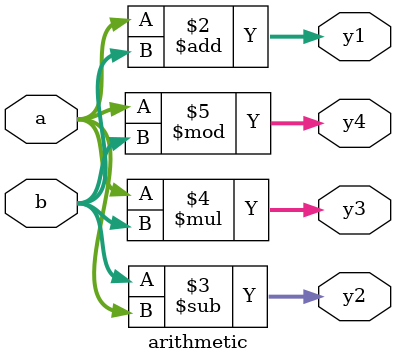
<source format=v>
module arithmetic(
    input [2:0] a,
    input [2:0] b,
  output reg[3:0] y1,
  output  reg[3:0] y2,
  output  reg[3:0] y3,
  output  reg[3:0] y4);

  
  always@(*) begin
     y1 = a + b;
     y2 = b-a;
     y3 = a * b;
     y4 = a % b;
  end
endmodule


</source>
